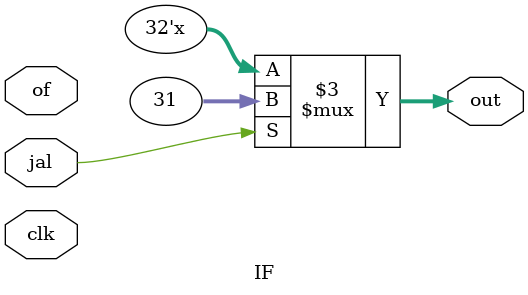
<source format=v>
module IF(clk,of,jal,out);
  input of,jal,clk;
  output reg [31:0]out;
  always@(*)
  begin
    
     if(jal)
      out=5'b11111;
      
  end
endmodule
</source>
